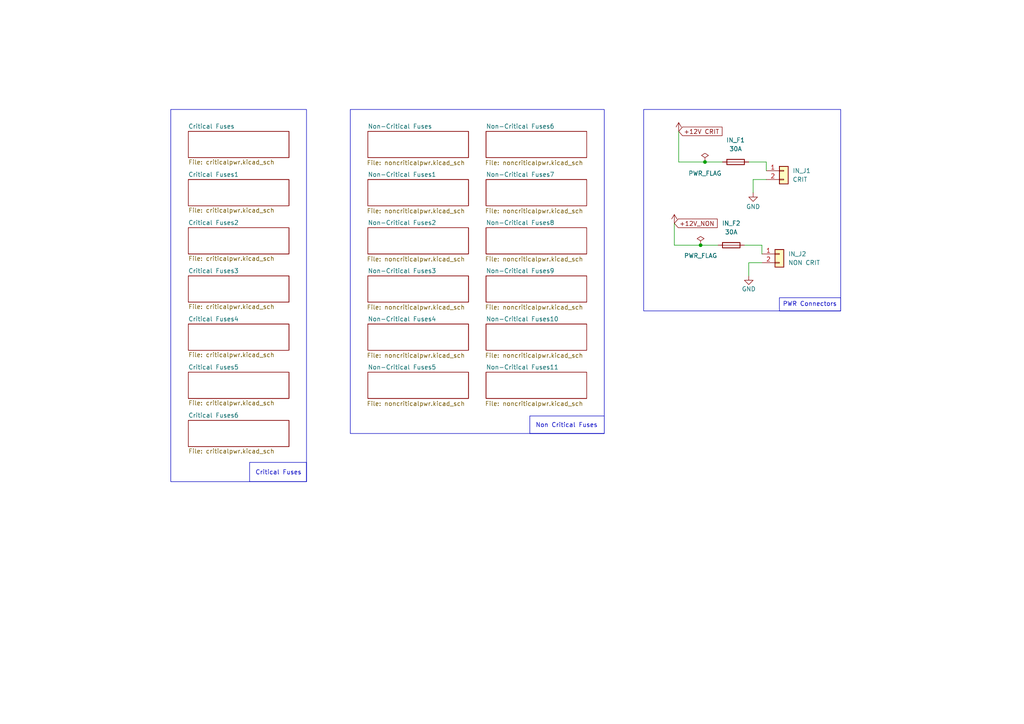
<source format=kicad_sch>
(kicad_sch (version 20231120) (generator "eeschema") (generator_version "8.0")
  (paper "A4")
  (lib_symbols
    (symbol "Connector_Generic:Conn_01x02" (pin_names (offset 1.016) hide)
      (property "Reference" "J" (at 0 2.54 0))
      (property "Value" "Conn_01x02" (at 0 -5.08 0))
      (symbol "Conn_01x02_1_1"
        (rectangle (start -1.27 -2.413) (end 0 -2.667) (stroke (width 0.1524)))
        (rectangle (start -1.27 0.127) (end 0 -0.127) (stroke (width 0.1524)))
        (rectangle (start -1.27 1.27) (end 1.27 -3.81) (stroke (width 0.254)) (fill (type background)))
        (pin passive line (at -5.08 0 0) (length 3.81) (name "Pin_1") (number "1"))
        (pin passive line (at -5.08 -2.54 0) (length 3.81) (name "Pin_2") (number "2"))
      )
    )
    (symbol "Device:Fuse" (pin_numbers hide) (pin_names (offset 0))
      (property "Reference" "F" (at 2.032 0 90))
      (property "Value" "Fuse" (at -1.905 0 90))
      (symbol "Fuse_0_1"
        (rectangle (start -0.762 -2.54) (end 0.762 2.54) (stroke (width 0.254)))
        (polyline (pts (xy 0 2.54) (xy 0 -2.54)))
      )
      (symbol "Fuse_1_1"
        (pin passive line (at 0 3.81 270) (length 1.27) (name "~") (number "1"))
        (pin passive line (at 0 -3.81 90) (length 1.27) (name "~") (number "2"))
      )
    )
    (symbol "power:+12V" (power) (pin_numbers hide) (pin_names (offset 0) hide)
      (property "Value" "+12V" (at 0 3.556 0))
      (symbol "+12V_0_1"
        (polyline (pts (xy -0.762 1.27) (xy 0 2.54)))
        (polyline (pts (xy 0 0) (xy 0 2.54)))
        (polyline (pts (xy 0 2.54) (xy 0.762 1.27)))
      )
      (symbol "+12V_1_1"
        (pin power_in line (at 0 0 90) (length 0) (name "~") (number "1"))
      )
    )
    (symbol "power:GND1" (power) (pin_numbers hide) (pin_names (offset 0) hide)
      (property "Value" "GND1" (at 0 -3.81 0))
      (symbol "GND1_0_1"
        (polyline (pts (xy 0 0) (xy 0 -1.27) (xy 1.27 -1.27) (xy 0 -2.54) (xy -1.27 -1.27) (xy 0 -1.27)))
      )
      (symbol "GND1_1_1"
        (pin power_in line (at 0 0 270) (length 0) (name "~") (number "1"))
      )
    )
    (symbol "power:PWR_FLAG" (power) (pin_numbers hide) (pin_names (offset 0) hide)
      (property "Value" "PWR_FLAG" (at 0 3.81 0))
      (symbol "PWR_FLAG_0_0"
        (pin power_out line (at 0 0 90) (length 0) (name "~") (number "1"))
      )
      (symbol "PWR_FLAG_0_1"
        (polyline (pts (xy 0 0) (xy 0 1.27) (xy -1.016 1.905) (xy 0 2.54) (xy 1.016 1.905) (xy 0 1.27)))
      )
    )
  )
  (junction (at 204.47 46.99))
  (junction (at 203.2 71.12))
  (wire (pts (xy 222.25 52.07) (xy 218.44 52.07)))
  (wire (pts (xy 220.98 71.12) (xy 220.98 73.66)))
  (wire (pts (xy 222.25 46.99) (xy 222.25 49.53)))
  (wire (pts (xy 196.85 46.99) (xy 204.47 46.99)))
  (wire (pts (xy 204.47 46.99) (xy 209.55 46.99)))
  (wire (pts (xy 196.85 38.1) (xy 196.85 46.99)))
  (wire (pts (xy 222.25 46.99) (xy 217.17 46.99)))
  (wire (pts (xy 203.2 71.12) (xy 208.28 71.12)))
  (wire (pts (xy 217.17 76.2) (xy 217.17 80.01)))
  (wire (pts (xy 220.98 76.2) (xy 217.17 76.2)))
  (wire (pts (xy 220.98 71.12) (xy 215.9 71.12)))
  (wire (pts (xy 218.44 52.07) (xy 218.44 55.88)))
  (wire (pts (xy 195.58 71.12) (xy 203.2 71.12)))
  (wire (pts (xy 195.58 64.77) (xy 195.58 71.12)))
  (rectangle (start 153.67 120.65) (end 175.26 125.73))
  (rectangle (start 186.69 31.75) (end 243.84 90.17))
  (rectangle (start 49.53 31.75) (end 88.9 139.7))
  (rectangle (start 72.39 134.112) (end 88.9 139.7))
  (rectangle (start 101.6 31.75) (end 175.26 125.73))
  (text_box "PWR Connectors" (at 226.06 86.36 0) (size 17.78 3.81) (effects (font (size 1.27 1.27)) (justify left top)))
  (text "Non Critical Fuses" (at 164.338 123.444 0) (effects (font (size 1.27 1.27))))
  (text "Critical Fuses" (at 80.772 137.16 0) (effects (font (size 1.27 1.27))))
  (global_label "+12V_NON" (shape input) (at 195.58 64.77 0) (property "Intersheetrefs" "${INTERSHEET_REFS}" (effects (hide yes))))
  (global_label "+12V CRIT" (shape input) (at 196.85 38.1 0) (property "Intersheetrefs" "${INTERSHEET_REFS}" (effects (hide yes))))
  (symbol (lib_id "power:+12V") (at 195.58 64.77 0) (unit 1)
    (property "Reference" "#PWR041" (effects (hide yes)))
    (property "Value" "+12V_NON" (effects (hide yes)))
    (property "Description" "Power symbol creates a global label with name \"+12V\"" (effects (hide yes)))
  )
  (symbol (lib_id "power:GND1") (at 217.17 80.01 0) (unit 1)
    (property "Reference" "#PWR08" (effects (hide yes)))
    (property "Value" "GND" (at 217.17 83.82 0))
    (property "Description" "Power symbol creates a global label with name \"GND1\" , ground" (effects (hide yes)))
  )
  (symbol (lib_id "power:GND1") (at 218.44 55.88 0) (unit 1)
    (property "Reference" "#PWR040" (effects (hide yes)))
    (property "Value" "GND" (at 218.44 59.944 0))
    (property "Description" "Power symbol creates a global label with name \"GND1\" , ground" (effects (hide yes)))
  )
  (symbol (lib_id "Connector_Generic:Conn_01x02") (at 226.06 73.66 0) (unit 1)
    (property "Reference" "IN_J2" (at 228.6 73.6599 0) (effects (justify left)))
    (property "Value" "NON CRIT" (at 228.6 76.1999 0) (effects (justify left)))
    (property "Footprint" "Connector_Molex:Molex_Sabre_43160-0102_1x02_P7.49mm_Vertical" (effects (hide yes)))
    (property "Description" "Generic connector, single row, 01x02, script generated (kicad-library-utils/schlib/autogen/connector/)" (effects (hide yes)))
  )
  (symbol (lib_id "power:PWR_FLAG") (at 203.2 71.12 0) (unit 1)
    (property "Reference" "#FLG02" (effects (hide yes)))
    (property "Value" "PWR_FLAG" (at 203.2 74.168 0))
    (property "Description" "Special symbol for telling ERC where power comes from" (effects (hide yes)))
  )
  (symbol (lib_id "power:+12V") (at 196.85 38.1 0) (unit 1)
    (property "Reference" "#PWR042" (effects (hide yes)))
    (property "Value" "+12V_CRIT" (effects (hide yes)))
    (property "Description" "Power symbol creates a global label with name \"+12V\"" (effects (hide yes)))
  )
  (symbol (lib_id "Device:Fuse") (at 212.09 71.12 90) (unit 1)
    (property "Reference" "IN_F2" (at 212.09 64.77 90))
    (property "Value" "30A" (at 212.09 67.31 90))
    (property "Footprint" "footprints:3588" (effects (hide yes)))
    (property "Datasheet" "https://www.mouser.com/datasheet/2/215/3568-742601.pdf" (effects (hide yes)))
    (property "Description" "Fuse" (effects (hide yes)))
  )
  (symbol (lib_id "Device:Fuse") (at 213.36 46.99 90) (unit 1)
    (property "Reference" "IN_F1" (at 213.36 40.64 90))
    (property "Value" "30A" (at 213.36 43.18 90))
    (property "Footprint" "footprints:3588" (effects (hide yes)))
    (property "Datasheet" "https://www.mouser.com/datasheet/2/215/3568-742601.pdf" (effects (hide yes)))
    (property "Description" "Fuse" (effects (hide yes)))
  )
  (symbol (lib_id "Connector_Generic:Conn_01x02") (at 227.33 49.53 0) (unit 1)
    (property "Reference" "IN_J1" (at 229.87 49.5299 0) (effects (justify left)))
    (property "Value" "CRIT" (at 229.87 52.0699 0) (effects (justify left)))
    (property "Footprint" "Connector_Molex:Molex_Sabre_43160-0102_1x02_P7.49mm_Vertical" (effects (hide yes)))
    (property "Description" "Generic connector, single row, 01x02, script generated (kicad-library-utils/schlib/autogen/connector/)" (effects (hide yes)))
  )
  (symbol (lib_id "power:PWR_FLAG") (at 204.47 46.99 0) (unit 1)
    (property "Reference" "#FLG03" (effects (hide yes)))
    (property "Value" "PWR_FLAG" (at 204.47 50.292 0))
    (property "Description" "Special symbol for telling ERC where power comes from" (effects (hide yes)))
  )
  (sheet (at 54.61 80.01) (size 29.21 7.62) (stroke (width 0.1524))
    (property "Sheetname" "Critical Fuses3" (at 54.61 79.2984 0) (effects (justify left bottom)))
    (property "Sheetfile" "criticalpwr.kicad_sch" (at 54.61 88.2146 0) (effects (justify left top)))
  )
  (sheet (at 140.97 66.04) (size 29.21 7.62) (stroke (width 0.1524))
    (property "Sheetname" "Non-Critical Fuses8" (at 140.97 65.3284 0) (effects (justify left bottom)))
    (property "Sheetfile" "noncriticalpwr.kicad_sch" (at 169.164 74.422 0) (effects (justify right top)))
  )
  (sheet (at 106.68 80.01) (size 29.21 7.62) (stroke (width 0.1524))
    (property "Sheetname" "Non-Critical Fuses3" (at 106.68 79.2984 0) (effects (justify left bottom)))
    (property "Sheetfile" "noncriticalpwr.kicad_sch" (at 134.874 88.392 0) (effects (justify right top)))
  )
  (sheet (at 54.61 93.98) (size 29.21 7.62) (stroke (width 0.1524))
    (property "Sheetname" "Critical Fuses4" (at 54.61 93.2684 0) (effects (justify left bottom)))
    (property "Sheetfile" "criticalpwr.kicad_sch" (at 54.61 102.1846 0) (effects (justify left top)))
  )
  (sheet (at 54.61 107.95) (size 29.21 7.62) (stroke (width 0.1524))
    (property "Sheetname" "Critical Fuses5" (at 54.61 107.2384 0) (effects (justify left bottom)))
    (property "Sheetfile" "criticalpwr.kicad_sch" (at 54.61 116.1546 0) (effects (justify left top)))
  )
  (sheet (at 54.61 66.04) (size 29.21 7.62) (stroke (width 0.1524))
    (property "Sheetname" "Critical Fuses2" (at 54.61 65.3284 0) (effects (justify left bottom)))
    (property "Sheetfile" "criticalpwr.kicad_sch" (at 54.61 74.2446 0) (effects (justify left top)))
  )
  (sheet (at 140.97 38.1) (size 29.21 7.62) (stroke (width 0.1524))
    (property "Sheetname" "Non-Critical Fuses6" (at 140.97 37.3884 0) (effects (justify left bottom)))
    (property "Sheetfile" "noncriticalpwr.kicad_sch" (at 169.164 46.482 0) (effects (justify right top)))
  )
  (sheet (at 140.97 80.01) (size 29.21 7.62) (stroke (width 0.1524))
    (property "Sheetname" "Non-Critical Fuses9" (at 140.97 79.2984 0) (effects (justify left bottom)))
    (property "Sheetfile" "noncriticalpwr.kicad_sch" (at 169.164 88.392 0) (effects (justify right top)))
  )
  (sheet (at 106.68 52.07) (size 29.21 7.62) (stroke (width 0.1524))
    (property "Sheetname" "Non-Critical Fuses1" (at 106.68 51.3584 0) (effects (justify left bottom)))
    (property "Sheetfile" "noncriticalpwr.kicad_sch" (at 134.874 60.452 0) (effects (justify right top)))
  )
  (sheet (at 140.97 107.95) (size 29.21 7.62) (stroke (width 0.1524))
    (property "Sheetname" "Non-Critical Fuses11" (at 140.97 107.2384 0) (effects (justify left bottom)))
    (property "Sheetfile" "noncriticalpwr.kicad_sch" (at 169.164 116.332 0) (effects (justify right top)))
  )
  (sheet (at 140.97 52.07) (size 29.21 7.62) (stroke (width 0.1524))
    (property "Sheetname" "Non-Critical Fuses7" (at 140.97 51.3584 0) (effects (justify left bottom)))
    (property "Sheetfile" "noncriticalpwr.kicad_sch" (at 169.164 60.452 0) (effects (justify right top)))
  )
  (sheet (at 54.61 121.92) (size 29.21 7.62) (stroke (width 0.1524))
    (property "Sheetname" "Critical Fuses6" (at 54.61 121.2084 0) (effects (justify left bottom)))
    (property "Sheetfile" "criticalpwr.kicad_sch" (at 54.61 130.1246 0) (effects (justify left top)))
  )
  (sheet (at 106.68 66.04) (size 29.21 7.62) (stroke (width 0.1524))
    (property "Sheetname" "Non-Critical Fuses2" (at 106.68 65.3284 0) (effects (justify left bottom)))
    (property "Sheetfile" "noncriticalpwr.kicad_sch" (at 134.874 74.422 0) (effects (justify right top)))
  )
  (sheet (at 54.61 38.1) (size 29.21 7.62) (stroke (width 0.1524))
    (property "Sheetname" "Critical Fuses" (at 54.61 37.3884 0) (effects (justify left bottom)))
    (property "Sheetfile" "criticalpwr.kicad_sch" (at 54.61 46.3046 0) (effects (justify left top)))
  )
  (sheet (at 106.68 107.95) (size 29.21 7.62) (stroke (width 0.1524))
    (property "Sheetname" "Non-Critical Fuses5" (at 106.68 107.2384 0) (effects (justify left bottom)))
    (property "Sheetfile" "noncriticalpwr.kicad_sch" (at 134.874 116.332 0) (effects (justify right top)))
  )
  (sheet (at 54.61 52.07) (size 29.21 7.62) (stroke (width 0.1524))
    (property "Sheetname" "Critical Fuses1" (at 54.61 51.3584 0) (effects (justify left bottom)))
    (property "Sheetfile" "criticalpwr.kicad_sch" (at 54.61 60.2746 0) (effects (justify left top)))
  )
  (sheet (at 106.68 93.98) (size 29.21 7.62) (stroke (width 0.1524))
    (property "Sheetname" "Non-Critical Fuses4" (at 106.68 93.2684 0) (effects (justify left bottom)))
    (property "Sheetfile" "noncriticalpwr.kicad_sch" (at 134.874 102.362 0) (effects (justify right top)))
  )
  (sheet (at 106.68 38.1) (size 29.21 7.62) (stroke (width 0.1524))
    (property "Sheetname" "Non-Critical Fuses" (at 106.68 37.3884 0) (effects (justify left bottom)))
    (property "Sheetfile" "noncriticalpwr.kicad_sch" (at 134.874 46.482 0) (effects (justify right top)))
  )
  (sheet (at 140.97 93.98) (size 29.21 7.62) (stroke (width 0.1524))
    (property "Sheetname" "Non-Critical Fuses10" (at 140.97 93.2684 0) (effects (justify left bottom)))
    (property "Sheetfile" "noncriticalpwr.kicad_sch" (at 169.164 102.362 0) (effects (justify right top)))
  )
)
</source>
